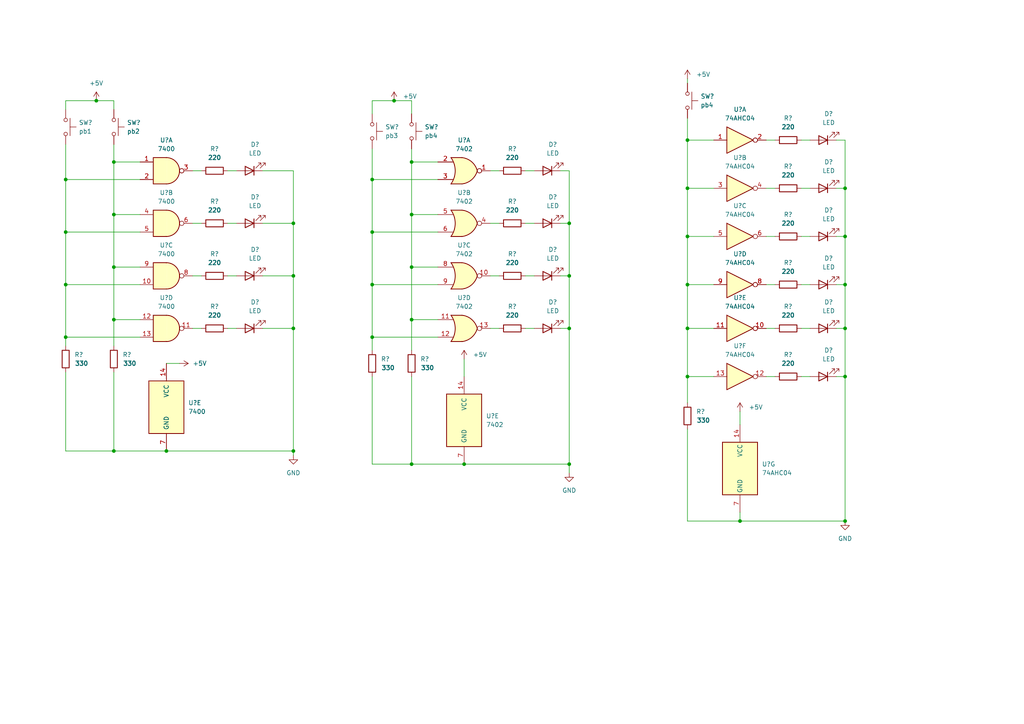
<source format=kicad_sch>
(kicad_sch (version 20211123) (generator eeschema)
  (paper "A4")
  (lib_symbols
    (symbol "74xx:7400" (pin_names (offset 1.016))
      (property "Reference" "U" (at 0 1.27 0))
      (property "Value" "7400" (at 0 -1.27 0))
      (symbol "7400_1_1"
        (arc (start 0 -3.81) (mid 3.81 0) (end 0 3.81) (stroke (width 0.254)) (fill (type background)))
        (polyline (pts (xy 0 3.81) (xy -3.81 3.81) (xy -3.81 -3.81) (xy 0 -3.81)) (stroke (width 0.254)) (fill (type background)))
        (pin input line (at -7.62 2.54 0) (length 3.81) (name "~") (number "1"))
        (pin input line (at -7.62 -2.54 0) (length 3.81) (name "~") (number "2"))
        (pin output inverted (at 7.62 0 180) (length 3.81) (name "~") (number "3"))
      )
      (symbol "7400_1_2"
        (arc (start -3.81 -3.81) (mid -2.589 0) (end -3.81 3.81) (stroke (width 0.254)))
        (arc (start -0.6096 -3.81) (mid 2.1842 -2.5851) (end 3.81 0) (stroke (width 0.254)) (fill (type background)))
        (polyline (pts (xy -3.81 -3.81) (xy -0.635 -3.81)) (stroke (width 0.254)) (fill (type background)))
        (polyline (pts (xy -3.81 3.81) (xy -0.635 3.81)) (stroke (width 0.254)) (fill (type background)))
        (polyline (pts (xy -0.635 3.81) (xy -3.81 3.81) (xy -3.81 3.81) (xy -3.556 3.4036) (xy -3.0226 2.2606) (xy -2.6924 1.0414) (xy -2.6162 -0.254) (xy -2.7686 -1.4986) (xy -3.175 -2.7178) (xy -3.81 -3.81) (xy -3.81 -3.81) (xy -0.635 -3.81)) (stroke (width -25.4)) (fill (type background)))
        (arc (start 3.81 0) (mid 2.1915 2.5936) (end -0.6096 3.81) (stroke (width 0.254)) (fill (type background)))
        (pin input inverted (at -7.62 2.54 0) (length 4.318) (name "~") (number "1"))
        (pin input inverted (at -7.62 -2.54 0) (length 4.318) (name "~") (number "2"))
        (pin output line (at 7.62 0 180) (length 3.81) (name "~") (number "3"))
      )
      (symbol "7400_2_1"
        (arc (start 0 -3.81) (mid 3.81 0) (end 0 3.81) (stroke (width 0.254)) (fill (type background)))
        (polyline (pts (xy 0 3.81) (xy -3.81 3.81) (xy -3.81 -3.81) (xy 0 -3.81)) (stroke (width 0.254)) (fill (type background)))
        (pin input line (at -7.62 2.54 0) (length 3.81) (name "~") (number "4"))
        (pin input line (at -7.62 -2.54 0) (length 3.81) (name "~") (number "5"))
        (pin output inverted (at 7.62 0 180) (length 3.81) (name "~") (number "6"))
      )
      (symbol "7400_2_2"
        (arc (start -3.81 -3.81) (mid -2.589 0) (end -3.81 3.81) (stroke (width 0.254)))
        (arc (start -0.6096 -3.81) (mid 2.1842 -2.5851) (end 3.81 0) (stroke (width 0.254)) (fill (type background)))
        (polyline (pts (xy -3.81 -3.81) (xy -0.635 -3.81)) (stroke (width 0.254)) (fill (type background)))
        (polyline (pts (xy -3.81 3.81) (xy -0.635 3.81)) (stroke (width 0.254)) (fill (type background)))
        (polyline (pts (xy -0.635 3.81) (xy -3.81 3.81) (xy -3.81 3.81) (xy -3.556 3.4036) (xy -3.0226 2.2606) (xy -2.6924 1.0414) (xy -2.6162 -0.254) (xy -2.7686 -1.4986) (xy -3.175 -2.7178) (xy -3.81 -3.81) (xy -3.81 -3.81) (xy -0.635 -3.81)) (stroke (width -25.4)) (fill (type background)))
        (arc (start 3.81 0) (mid 2.1915 2.5936) (end -0.6096 3.81) (stroke (width 0.254)) (fill (type background)))
        (pin input inverted (at -7.62 2.54 0) (length 4.318) (name "~") (number "4"))
        (pin input inverted (at -7.62 -2.54 0) (length 4.318) (name "~") (number "5"))
        (pin output line (at 7.62 0 180) (length 3.81) (name "~") (number "6"))
      )
      (symbol "7400_3_1"
        (arc (start 0 -3.81) (mid 3.81 0) (end 0 3.81) (stroke (width 0.254)) (fill (type background)))
        (polyline (pts (xy 0 3.81) (xy -3.81 3.81) (xy -3.81 -3.81) (xy 0 -3.81)) (stroke (width 0.254)) (fill (type background)))
        (pin input line (at -7.62 -2.54 0) (length 3.81) (name "~") (number "10"))
        (pin output inverted (at 7.62 0 180) (length 3.81) (name "~") (number "8"))
        (pin input line (at -7.62 2.54 0) (length 3.81) (name "~") (number "9"))
      )
      (symbol "7400_3_2"
        (arc (start -3.81 -3.81) (mid -2.589 0) (end -3.81 3.81) (stroke (width 0.254)))
        (arc (start -0.6096 -3.81) (mid 2.1842 -2.5851) (end 3.81 0) (stroke (width 0.254)) (fill (type background)))
        (polyline (pts (xy -3.81 -3.81) (xy -0.635 -3.81)) (stroke (width 0.254)) (fill (type background)))
        (polyline (pts (xy -3.81 3.81) (xy -0.635 3.81)) (stroke (width 0.254)) (fill (type background)))
        (polyline (pts (xy -0.635 3.81) (xy -3.81 3.81) (xy -3.81 3.81) (xy -3.556 3.4036) (xy -3.0226 2.2606) (xy -2.6924 1.0414) (xy -2.6162 -0.254) (xy -2.7686 -1.4986) (xy -3.175 -2.7178) (xy -3.81 -3.81) (xy -3.81 -3.81) (xy -0.635 -3.81)) (stroke (width -25.4)) (fill (type background)))
        (arc (start 3.81 0) (mid 2.1915 2.5936) (end -0.6096 3.81) (stroke (width 0.254)) (fill (type background)))
        (pin input inverted (at -7.62 -2.54 0) (length 4.318) (name "~") (number "10"))
        (pin output line (at 7.62 0 180) (length 3.81) (name "~") (number "8"))
        (pin input inverted (at -7.62 2.54 0) (length 4.318) (name "~") (number "9"))
      )
      (symbol "7400_4_1"
        (arc (start 0 -3.81) (mid 3.81 0) (end 0 3.81) (stroke (width 0.254)) (fill (type background)))
        (polyline (pts (xy 0 3.81) (xy -3.81 3.81) (xy -3.81 -3.81) (xy 0 -3.81)) (stroke (width 0.254)) (fill (type background)))
        (pin output inverted (at 7.62 0 180) (length 3.81) (name "~") (number "11"))
        (pin input line (at -7.62 2.54 0) (length 3.81) (name "~") (number "12"))
        (pin input line (at -7.62 -2.54 0) (length 3.81) (name "~") (number "13"))
      )
      (symbol "7400_4_2"
        (arc (start -3.81 -3.81) (mid -2.589 0) (end -3.81 3.81) (stroke (width 0.254)))
        (arc (start -0.6096 -3.81) (mid 2.1842 -2.5851) (end 3.81 0) (stroke (width 0.254)) (fill (type background)))
        (polyline (pts (xy -3.81 -3.81) (xy -0.635 -3.81)) (stroke (width 0.254)) (fill (type background)))
        (polyline (pts (xy -3.81 3.81) (xy -0.635 3.81)) (stroke (width 0.254)) (fill (type background)))
        (polyline (pts (xy -0.635 3.81) (xy -3.81 3.81) (xy -3.81 3.81) (xy -3.556 3.4036) (xy -3.0226 2.2606) (xy -2.6924 1.0414) (xy -2.6162 -0.254) (xy -2.7686 -1.4986) (xy -3.175 -2.7178) (xy -3.81 -3.81) (xy -3.81 -3.81) (xy -0.635 -3.81)) (stroke (width -25.4)) (fill (type background)))
        (arc (start 3.81 0) (mid 2.1915 2.5936) (end -0.6096 3.81) (stroke (width 0.254)) (fill (type background)))
        (pin output line (at 7.62 0 180) (length 3.81) (name "~") (number "11"))
        (pin input inverted (at -7.62 2.54 0) (length 4.318) (name "~") (number "12"))
        (pin input inverted (at -7.62 -2.54 0) (length 4.318) (name "~") (number "13"))
      )
      (symbol "7400_5_0"
        (pin power_in line (at 0 12.7 270) (length 5.08) (name "VCC") (number "14"))
        (pin power_in line (at 0 -12.7 90) (length 5.08) (name "GND") (number "7"))
      )
      (symbol "7400_5_1"
        (rectangle (start -5.08 7.62) (end 5.08 -7.62) (stroke (width 0.254)) (fill (type background)))
      )
    )
    (symbol "74xx:7402" (pin_names (offset 1.016))
      (property "Reference" "U" (at 0 1.27 0))
      (property "Value" "7402" (at 0 -1.27 0))
      (symbol "7402_1_1"
        (arc (start -3.81 -3.81) (mid -2.589 0) (end -3.81 3.81) (stroke (width 0.254)))
        (arc (start -0.6096 -3.81) (mid 2.1842 -2.5851) (end 3.81 0) (stroke (width 0.254)) (fill (type background)))
        (polyline (pts (xy -3.81 -3.81) (xy -0.635 -3.81)) (stroke (width 0.254)) (fill (type background)))
        (polyline (pts (xy -3.81 3.81) (xy -0.635 3.81)) (stroke (width 0.254)) (fill (type background)))
        (polyline (pts (xy -0.635 3.81) (xy -3.81 3.81) (xy -3.81 3.81) (xy -3.556 3.4036) (xy -3.0226 2.2606) (xy -2.6924 1.0414) (xy -2.6162 -0.254) (xy -2.7686 -1.4986) (xy -3.175 -2.7178) (xy -3.81 -3.81) (xy -3.81 -3.81) (xy -0.635 -3.81)) (stroke (width -25.4)) (fill (type background)))
        (arc (start 3.81 0) (mid 2.1915 2.5936) (end -0.6096 3.81) (stroke (width 0.254)) (fill (type background)))
        (pin output inverted (at 7.62 0 180) (length 3.81) (name "~") (number "1"))
        (pin input line (at -7.62 2.54 0) (length 4.318) (name "~") (number "2"))
        (pin input line (at -7.62 -2.54 0) (length 4.318) (name "~") (number "3"))
      )
      (symbol "7402_1_2"
        (arc (start 0 -3.81) (mid 3.81 0) (end 0 3.81) (stroke (width 0.254)) (fill (type background)))
        (polyline (pts (xy 0 3.81) (xy -3.81 3.81) (xy -3.81 -3.81) (xy 0 -3.81)) (stroke (width 0.254)) (fill (type background)))
        (pin output line (at 7.62 0 180) (length 3.81) (name "~") (number "1"))
        (pin input inverted (at -7.62 2.54 0) (length 3.81) (name "~") (number "2"))
        (pin input inverted (at -7.62 -2.54 0) (length 3.81) (name "~") (number "3"))
      )
      (symbol "7402_2_1"
        (arc (start -3.81 -3.81) (mid -2.589 0) (end -3.81 3.81) (stroke (width 0.254)))
        (arc (start -0.6096 -3.81) (mid 2.1842 -2.5851) (end 3.81 0) (stroke (width 0.254)) (fill (type background)))
        (polyline (pts (xy -3.81 -3.81) (xy -0.635 -3.81)) (stroke (width 0.254)) (fill (type background)))
        (polyline (pts (xy -3.81 3.81) (xy -0.635 3.81)) (stroke (width 0.254)) (fill (type background)))
        (polyline (pts (xy -0.635 3.81) (xy -3.81 3.81) (xy -3.81 3.81) (xy -3.556 3.4036) (xy -3.0226 2.2606) (xy -2.6924 1.0414) (xy -2.6162 -0.254) (xy -2.7686 -1.4986) (xy -3.175 -2.7178) (xy -3.81 -3.81) (xy -3.81 -3.81) (xy -0.635 -3.81)) (stroke (width -25.4)) (fill (type background)))
        (arc (start 3.81 0) (mid 2.1915 2.5936) (end -0.6096 3.81) (stroke (width 0.254)) (fill (type background)))
        (pin output inverted (at 7.62 0 180) (length 3.81) (name "~") (number "4"))
        (pin input line (at -7.62 2.54 0) (length 4.318) (name "~") (number "5"))
        (pin input line (at -7.62 -2.54 0) (length 4.318) (name "~") (number "6"))
      )
      (symbol "7402_2_2"
        (arc (start 0 -3.81) (mid 3.81 0) (end 0 3.81) (stroke (width 0.254)) (fill (type background)))
        (polyline (pts (xy 0 3.81) (xy -3.81 3.81) (xy -3.81 -3.81) (xy 0 -3.81)) (stroke (width 0.254)) (fill (type background)))
        (pin output line (at 7.62 0 180) (length 3.81) (name "~") (number "4"))
        (pin input inverted (at -7.62 2.54 0) (length 3.81) (name "~") (number "5"))
        (pin input inverted (at -7.62 -2.54 0) (length 3.81) (name "~") (number "6"))
      )
      (symbol "7402_3_1"
        (arc (start -3.81 -3.81) (mid -2.589 0) (end -3.81 3.81) (stroke (width 0.254)))
        (arc (start -0.6096 -3.81) (mid 2.1842 -2.5851) (end 3.81 0) (stroke (width 0.254)) (fill (type background)))
        (polyline (pts (xy -3.81 -3.81) (xy -0.635 -3.81)) (stroke (width 0.254)) (fill (type background)))
        (polyline (pts (xy -3.81 3.81) (xy -0.635 3.81)) (stroke (width 0.254)) (fill (type background)))
        (polyline (pts (xy -0.635 3.81) (xy -3.81 3.81) (xy -3.81 3.81) (xy -3.556 3.4036) (xy -3.0226 2.2606) (xy -2.6924 1.0414) (xy -2.6162 -0.254) (xy -2.7686 -1.4986) (xy -3.175 -2.7178) (xy -3.81 -3.81) (xy -3.81 -3.81) (xy -0.635 -3.81)) (stroke (width -25.4)) (fill (type background)))
        (arc (start 3.81 0) (mid 2.1915 2.5936) (end -0.6096 3.81) (stroke (width 0.254)) (fill (type background)))
        (pin output inverted (at 7.62 0 180) (length 3.81) (name "~") (number "10"))
        (pin input line (at -7.62 2.54 0) (length 4.318) (name "~") (number "8"))
        (pin input line (at -7.62 -2.54 0) (length 4.318) (name "~") (number "9"))
      )
      (symbol "7402_3_2"
        (arc (start 0 -3.81) (mid 3.81 0) (end 0 3.81) (stroke (width 0.254)) (fill (type background)))
        (polyline (pts (xy 0 3.81) (xy -3.81 3.81) (xy -3.81 -3.81) (xy 0 -3.81)) (stroke (width 0.254)) (fill (type background)))
        (pin output line (at 7.62 0 180) (length 3.81) (name "~") (number "10"))
        (pin input inverted (at -7.62 2.54 0) (length 3.81) (name "~") (number "8"))
        (pin input inverted (at -7.62 -2.54 0) (length 3.81) (name "~") (number "9"))
      )
      (symbol "7402_4_1"
        (arc (start -3.81 -3.81) (mid -2.589 0) (end -3.81 3.81) (stroke (width 0.254)))
        (arc (start -0.6096 -3.81) (mid 2.1842 -2.5851) (end 3.81 0) (stroke (width 0.254)) (fill (type background)))
        (polyline (pts (xy -3.81 -3.81) (xy -0.635 -3.81)) (stroke (width 0.254)) (fill (type background)))
        (polyline (pts (xy -3.81 3.81) (xy -0.635 3.81)) (stroke (width 0.254)) (fill (type background)))
        (polyline (pts (xy -0.635 3.81) (xy -3.81 3.81) (xy -3.81 3.81) (xy -3.556 3.4036) (xy -3.0226 2.2606) (xy -2.6924 1.0414) (xy -2.6162 -0.254) (xy -2.7686 -1.4986) (xy -3.175 -2.7178) (xy -3.81 -3.81) (xy -3.81 -3.81) (xy -0.635 -3.81)) (stroke (width -25.4)) (fill (type background)))
        (arc (start 3.81 0) (mid 2.1915 2.5936) (end -0.6096 3.81) (stroke (width 0.254)) (fill (type background)))
        (pin input line (at -7.62 2.54 0) (length 4.318) (name "~") (number "11"))
        (pin input line (at -7.62 -2.54 0) (length 4.318) (name "~") (number "12"))
        (pin output inverted (at 7.62 0 180) (length 3.81) (name "~") (number "13"))
      )
      (symbol "7402_4_2"
        (arc (start 0 -3.81) (mid 3.81 0) (end 0 3.81) (stroke (width 0.254)) (fill (type background)))
        (polyline (pts (xy 0 3.81) (xy -3.81 3.81) (xy -3.81 -3.81) (xy 0 -3.81)) (stroke (width 0.254)) (fill (type background)))
        (pin input inverted (at -7.62 2.54 0) (length 3.81) (name "~") (number "11"))
        (pin input inverted (at -7.62 -2.54 0) (length 3.81) (name "~") (number "12"))
        (pin output line (at 7.62 0 180) (length 3.81) (name "~") (number "13"))
      )
      (symbol "7402_5_0"
        (pin power_in line (at 0 12.7 270) (length 5.08) (name "VCC") (number "14"))
        (pin power_in line (at 0 -12.7 90) (length 5.08) (name "GND") (number "7"))
      )
      (symbol "7402_5_1"
        (rectangle (start -5.08 7.62) (end 5.08 -7.62) (stroke (width 0.254)) (fill (type background)))
      )
    )
    (symbol "74xx:74AHC04"
      (property "Reference" "U" (at 0 1.27 0))
      (property "Value" "74AHC04" (at 0 -1.27 0))
      (symbol "74AHC04_1_0"
        (polyline (pts (xy -3.81 3.81) (xy -3.81 -3.81) (xy 3.81 0) (xy -3.81 3.81)) (stroke (width 0.254)) (fill (type background)))
        (pin input line (at -7.62 0 0) (length 3.81) (name "~") (number "1"))
        (pin output inverted (at 7.62 0 180) (length 3.81) (name "~") (number "2"))
      )
      (symbol "74AHC04_2_0"
        (polyline (pts (xy -3.81 3.81) (xy -3.81 -3.81) (xy 3.81 0) (xy -3.81 3.81)) (stroke (width 0.254)) (fill (type background)))
        (pin input line (at -7.62 0 0) (length 3.81) (name "~") (number "3"))
        (pin output inverted (at 7.62 0 180) (length 3.81) (name "~") (number "4"))
      )
      (symbol "74AHC04_3_0"
        (polyline (pts (xy -3.81 3.81) (xy -3.81 -3.81) (xy 3.81 0) (xy -3.81 3.81)) (stroke (width 0.254)) (fill (type background)))
        (pin input line (at -7.62 0 0) (length 3.81) (name "~") (number "5"))
        (pin output inverted (at 7.62 0 180) (length 3.81) (name "~") (number "6"))
      )
      (symbol "74AHC04_4_0"
        (polyline (pts (xy -3.81 3.81) (xy -3.81 -3.81) (xy 3.81 0) (xy -3.81 3.81)) (stroke (width 0.254)) (fill (type background)))
        (pin output inverted (at 7.62 0 180) (length 3.81) (name "~") (number "8"))
        (pin input line (at -7.62 0 0) (length 3.81) (name "~") (number "9"))
      )
      (symbol "74AHC04_5_0"
        (polyline (pts (xy -3.81 3.81) (xy -3.81 -3.81) (xy 3.81 0) (xy -3.81 3.81)) (stroke (width 0.254)) (fill (type background)))
        (pin output inverted (at 7.62 0 180) (length 3.81) (name "~") (number "10"))
        (pin input line (at -7.62 0 0) (length 3.81) (name "~") (number "11"))
      )
      (symbol "74AHC04_6_0"
        (polyline (pts (xy -3.81 3.81) (xy -3.81 -3.81) (xy 3.81 0) (xy -3.81 3.81)) (stroke (width 0.254)) (fill (type background)))
        (pin output inverted (at 7.62 0 180) (length 3.81) (name "~") (number "12"))
        (pin input line (at -7.62 0 0) (length 3.81) (name "~") (number "13"))
      )
      (symbol "74AHC04_7_0"
        (pin power_in line (at 0 12.7 270) (length 5.08) (name "VCC") (number "14"))
        (pin power_in line (at 0 -12.7 90) (length 5.08) (name "GND") (number "7"))
      )
      (symbol "74AHC04_7_1"
        (rectangle (start -5.08 7.62) (end 5.08 -7.62) (stroke (width 0.254)) (fill (type background)))
      )
    )
    (symbol "Device:LED" (pin_numbers hide) (pin_names (offset 1.016) hide)
      (property "Reference" "D" (at 0 2.54 0))
      (property "Value" "LED" (at 0 -2.54 0))
      (symbol "LED_0_1"
        (polyline (pts (xy -1.27 -1.27) (xy -1.27 1.27)) (stroke (width 0.254)))
        (polyline (pts (xy -1.27 0) (xy 1.27 0)))
        (polyline (pts (xy 1.27 -1.27) (xy 1.27 1.27) (xy -1.27 0) (xy 1.27 -1.27)) (stroke (width 0.254)))
        (polyline (pts (xy -3.048 -0.762) (xy -4.572 -2.286) (xy -3.81 -2.286) (xy -4.572 -2.286) (xy -4.572 -1.524)))
        (polyline (pts (xy -1.778 -0.762) (xy -3.302 -2.286) (xy -2.54 -2.286) (xy -3.302 -2.286) (xy -3.302 -1.524)))
      )
      (symbol "LED_1_1"
        (pin passive line (at -3.81 0 0) (length 2.54) (name "K") (number "1"))
        (pin passive line (at 3.81 0 180) (length 2.54) (name "A") (number "2"))
      )
    )
    (symbol "Device:R" (pin_numbers hide) (pin_names (offset 0))
      (property "Reference" "R" (at 2.032 0 90))
      (property "Value" "R" (at 0 0 90))
      (symbol "R_0_1"
        (rectangle (start -1.016 -2.54) (end 1.016 2.54) (stroke (width 0.254)))
      )
      (symbol "R_1_1"
        (pin passive line (at 0 3.81 270) (length 1.27) (name "~") (number "1"))
        (pin passive line (at 0 -3.81 90) (length 1.27) (name "~") (number "2"))
      )
    )
    (symbol "Switch:SW_Push" (pin_numbers hide) (pin_names (offset 1.016) hide)
      (property "Reference" "SW" (at 1.27 2.54 0))
      (property "Value" "SW_Push" (at 0 -1.524 0))
      (symbol "SW_Push_0_1"
        (circle (center -2.032 0) (radius 0.508))
        (polyline (pts (xy 0 1.27) (xy 0 3.048)))
        (polyline (pts (xy 2.54 1.27) (xy -2.54 1.27)))
        (circle (center 2.032 0) (radius 0.508))
        (pin passive line (at -5.08 0 0) (length 2.54) (name "1") (number "1"))
        (pin passive line (at 5.08 0 180) (length 2.54) (name "2") (number "2"))
      )
    )
    (symbol "power:+5V" (power) (pin_names (offset 0))
      (property "Value" "+5V" (at 0 3.556 0))
      (symbol "+5V_0_1"
        (polyline (pts (xy -0.762 1.27) (xy 0 2.54)))
        (polyline (pts (xy 0 0) (xy 0 2.54)))
        (polyline (pts (xy 0 2.54) (xy 0.762 1.27)))
      )
      (symbol "+5V_1_1"
        (pin power_in line (at 0 0 90) (length 0) hide (name "+5V") (number "1"))
      )
    )
    (symbol "power:GND" (power) (pin_names (offset 0))
      (property "Value" "GND" (at 0 -3.81 0))
      (symbol "GND_0_1"
        (polyline (pts (xy 0 0) (xy 0 -1.27) (xy 1.27 -1.27) (xy 0 -2.54) (xy -1.27 -1.27) (xy 0 -1.27)))
      )
      (symbol "GND_1_1"
        (pin power_in line (at 0 0 270) (length 0) hide (name "GND") (number "1"))
      )
    )
  )
  (junction (at 19.05 67.31))
  (junction (at 85.09 95.25))
  (junction (at 85.09 64.77))
  (junction (at 107.95 52.07))
  (junction (at 33.02 77.47))
  (junction (at 85.09 130.81))
  (junction (at 33.02 62.23))
  (junction (at 199.39 40.64))
  (junction (at 19.05 97.79))
  (junction (at 119.38 92.71))
  (junction (at 107.95 97.79))
  (junction (at 119.38 46.99))
  (junction (at 33.02 92.71))
  (junction (at 107.95 82.55))
  (junction (at 114.3 29.21))
  (junction (at 33.02 130.81))
  (junction (at 199.39 54.61))
  (junction (at 245.11 54.61))
  (junction (at 165.1 64.77))
  (junction (at 33.02 46.99))
  (junction (at 165.1 80.01))
  (junction (at 165.1 134.62))
  (junction (at 199.39 95.25))
  (junction (at 199.39 68.58))
  (junction (at 214.63 151.13))
  (junction (at 48.26 130.81))
  (junction (at 19.05 52.07))
  (junction (at 245.11 151.13))
  (junction (at 27.94 29.21))
  (junction (at 119.38 62.23))
  (junction (at 245.11 82.55))
  (junction (at 245.11 95.25))
  (junction (at 245.11 68.58))
  (junction (at 245.11 109.22))
  (junction (at 19.05 82.55))
  (junction (at 165.1 95.25))
  (junction (at 85.09 80.01))
  (junction (at 119.38 134.62))
  (junction (at 107.95 67.31))
  (junction (at 119.38 77.47))
  (junction (at 199.39 82.55))
  (junction (at 199.39 109.22))
  (junction (at 134.62 134.62))
  (wire (pts (xy 33.02 77.47) (xy 40.64 77.47)))
  (wire (pts (xy 134.62 104.14) (xy 134.62 109.22)))
  (wire (pts (xy 107.95 67.31) (xy 107.95 52.07)))
  (wire (pts (xy 33.02 31.75) (xy 33.02 29.21)))
  (wire (pts (xy 165.1 95.25) (xy 165.1 80.01)))
  (wire (pts (xy 222.25 40.64) (xy 224.79 40.64)))
  (wire (pts (xy 232.41 109.22) (xy 234.95 109.22)))
  (wire (pts (xy 19.05 52.07) (xy 40.64 52.07)))
  (wire (pts (xy 55.88 49.53) (xy 58.42 49.53)))
  (wire (pts (xy 107.95 109.22) (xy 107.95 134.62)))
  (wire (pts (xy 33.02 62.23) (xy 40.64 62.23)))
  (wire (pts (xy 19.05 82.55) (xy 40.64 82.55)))
  (wire (pts (xy 162.56 95.25) (xy 165.1 95.25)))
  (wire (pts (xy 107.95 97.79) (xy 107.95 101.6)))
  (wire (pts (xy 199.39 95.25) (xy 207.01 95.25)))
  (wire (pts (xy 214.63 148.59) (xy 214.63 151.13)))
  (wire (pts (xy 33.02 92.71) (xy 33.02 77.47)))
  (wire (pts (xy 245.11 95.25) (xy 245.11 109.22)))
  (wire (pts (xy 232.41 40.64) (xy 234.95 40.64)))
  (wire (pts (xy 19.05 52.07) (xy 19.05 67.31)))
  (wire (pts (xy 165.1 134.62) (xy 165.1 95.25)))
  (wire (pts (xy 222.25 82.55) (xy 224.79 82.55)))
  (wire (pts (xy 245.11 109.22) (xy 245.11 151.13)))
  (wire (pts (xy 119.38 92.71) (xy 119.38 101.6)))
  (wire (pts (xy 199.39 95.25) (xy 199.39 109.22)))
  (wire (pts (xy 245.11 54.61) (xy 245.11 68.58)))
  (wire (pts (xy 33.02 46.99) (xy 40.64 46.99)))
  (wire (pts (xy 119.38 77.47) (xy 127 77.47)))
  (wire (pts (xy 85.09 95.25) (xy 85.09 80.01)))
  (wire (pts (xy 66.04 80.01) (xy 68.58 80.01)))
  (wire (pts (xy 66.04 49.53) (xy 68.58 49.53)))
  (wire (pts (xy 165.1 80.01) (xy 165.1 64.77)))
  (wire (pts (xy 245.11 40.64) (xy 245.11 54.61)))
  (wire (pts (xy 76.2 64.77) (xy 85.09 64.77)))
  (wire (pts (xy 242.57 40.64) (xy 245.11 40.64)))
  (wire (pts (xy 85.09 49.53) (xy 76.2 49.53)))
  (wire (pts (xy 207.01 54.61) (xy 199.39 54.61)))
  (wire (pts (xy 107.95 29.21) (xy 107.95 33.02)))
  (wire (pts (xy 232.41 82.55) (xy 234.95 82.55)))
  (wire (pts (xy 119.38 29.21) (xy 114.3 29.21)))
  (wire (pts (xy 199.39 151.13) (xy 214.63 151.13)))
  (wire (pts (xy 214.63 119.38) (xy 214.63 123.19)))
  (wire (pts (xy 19.05 97.79) (xy 19.05 100.33)))
  (wire (pts (xy 242.57 82.55) (xy 245.11 82.55)))
  (wire (pts (xy 76.2 80.01) (xy 85.09 80.01)))
  (wire (pts (xy 207.01 68.58) (xy 199.39 68.58)))
  (wire (pts (xy 165.1 137.16) (xy 165.1 134.62)))
  (wire (pts (xy 199.39 40.64) (xy 207.01 40.64)))
  (wire (pts (xy 232.41 68.58) (xy 234.95 68.58)))
  (wire (pts (xy 199.39 68.58) (xy 199.39 54.61)))
  (wire (pts (xy 245.11 82.55) (xy 245.11 95.25)))
  (wire (pts (xy 33.02 62.23) (xy 33.02 46.99)))
  (wire (pts (xy 66.04 64.77) (xy 68.58 64.77)))
  (wire (pts (xy 107.95 52.07) (xy 127 52.07)))
  (wire (pts (xy 107.95 82.55) (xy 127 82.55)))
  (wire (pts (xy 162.56 64.77) (xy 165.1 64.77)))
  (wire (pts (xy 119.38 43.18) (xy 119.38 46.99)))
  (wire (pts (xy 33.02 130.81) (xy 48.26 130.81)))
  (wire (pts (xy 222.25 109.22) (xy 224.79 109.22)))
  (wire (pts (xy 19.05 107.95) (xy 19.05 130.81)))
  (wire (pts (xy 222.25 54.61) (xy 224.79 54.61)))
  (wire (pts (xy 19.05 29.21) (xy 19.05 31.75)))
  (wire (pts (xy 242.57 95.25) (xy 245.11 95.25)))
  (wire (pts (xy 127 92.71) (xy 119.38 92.71)))
  (wire (pts (xy 55.88 95.25) (xy 58.42 95.25)))
  (wire (pts (xy 85.09 132.08) (xy 85.09 130.81)))
  (wire (pts (xy 27.94 29.21) (xy 19.05 29.21)))
  (wire (pts (xy 27.94 29.21) (xy 33.02 29.21)))
  (wire (pts (xy 119.38 134.62) (xy 134.62 134.62)))
  (wire (pts (xy 142.24 49.53) (xy 144.78 49.53)))
  (wire (pts (xy 165.1 64.77) (xy 165.1 49.53)))
  (wire (pts (xy 127 62.23) (xy 119.38 62.23)))
  (wire (pts (xy 85.09 80.01) (xy 85.09 64.77)))
  (wire (pts (xy 33.02 41.91) (xy 33.02 46.99)))
  (wire (pts (xy 107.95 97.79) (xy 107.95 82.55)))
  (wire (pts (xy 134.62 134.62) (xy 165.1 134.62)))
  (wire (pts (xy 107.95 52.07) (xy 107.95 43.18)))
  (wire (pts (xy 242.57 54.61) (xy 245.11 54.61)))
  (wire (pts (xy 76.2 95.25) (xy 85.09 95.25)))
  (wire (pts (xy 245.11 151.13) (xy 214.63 151.13)))
  (wire (pts (xy 199.39 22.86) (xy 199.39 24.13)))
  (wire (pts (xy 19.05 41.91) (xy 19.05 52.07)))
  (wire (pts (xy 119.38 92.71) (xy 119.38 77.47)))
  (wire (pts (xy 232.41 54.61) (xy 234.95 54.61)))
  (wire (pts (xy 245.11 68.58) (xy 245.11 82.55)))
  (wire (pts (xy 19.05 130.81) (xy 33.02 130.81)))
  (wire (pts (xy 152.4 64.77) (xy 154.94 64.77)))
  (wire (pts (xy 127 97.79) (xy 107.95 97.79)))
  (wire (pts (xy 48.26 130.81) (xy 85.09 130.81)))
  (wire (pts (xy 242.57 109.22) (xy 245.11 109.22)))
  (wire (pts (xy 85.09 64.77) (xy 85.09 49.53)))
  (wire (pts (xy 119.38 62.23) (xy 119.38 46.99)))
  (wire (pts (xy 152.4 95.25) (xy 154.94 95.25)))
  (wire (pts (xy 207.01 109.22) (xy 199.39 109.22)))
  (wire (pts (xy 199.39 54.61) (xy 199.39 40.64)))
  (wire (pts (xy 242.57 68.58) (xy 245.11 68.58)))
  (wire (pts (xy 142.24 80.01) (xy 144.78 80.01)))
  (wire (pts (xy 40.64 92.71) (xy 33.02 92.71)))
  (wire (pts (xy 119.38 46.99) (xy 127 46.99)))
  (wire (pts (xy 162.56 80.01) (xy 165.1 80.01)))
  (wire (pts (xy 107.95 82.55) (xy 107.95 67.31)))
  (wire (pts (xy 33.02 92.71) (xy 33.02 100.33)))
  (wire (pts (xy 222.25 95.25) (xy 224.79 95.25)))
  (wire (pts (xy 66.04 95.25) (xy 68.58 95.25)))
  (wire (pts (xy 107.95 134.62) (xy 119.38 134.62)))
  (wire (pts (xy 232.41 95.25) (xy 234.95 95.25)))
  (wire (pts (xy 33.02 77.47) (xy 33.02 62.23)))
  (wire (pts (xy 19.05 67.31) (xy 40.64 67.31)))
  (wire (pts (xy 55.88 80.01) (xy 58.42 80.01)))
  (wire (pts (xy 119.38 33.02) (xy 119.38 29.21)))
  (wire (pts (xy 119.38 109.22) (xy 119.38 134.62)))
  (wire (pts (xy 114.3 29.21) (xy 107.95 29.21)))
  (wire (pts (xy 48.26 105.41) (xy 52.07 105.41)))
  (wire (pts (xy 222.25 68.58) (xy 224.79 68.58)))
  (wire (pts (xy 55.88 64.77) (xy 58.42 64.77)))
  (wire (pts (xy 199.39 82.55) (xy 199.39 95.25)))
  (wire (pts (xy 165.1 49.53) (xy 162.56 49.53)))
  (wire (pts (xy 142.24 95.25) (xy 144.78 95.25)))
  (wire (pts (xy 19.05 67.31) (xy 19.05 82.55)))
  (wire (pts (xy 33.02 107.95) (xy 33.02 130.81)))
  (wire (pts (xy 152.4 49.53) (xy 154.94 49.53)))
  (wire (pts (xy 107.95 67.31) (xy 127 67.31)))
  (wire (pts (xy 19.05 97.79) (xy 40.64 97.79)))
  (wire (pts (xy 152.4 80.01) (xy 154.94 80.01)))
  (wire (pts (xy 207.01 82.55) (xy 199.39 82.55)))
  (wire (pts (xy 19.05 82.55) (xy 19.05 97.79)))
  (wire (pts (xy 119.38 77.47) (xy 119.38 62.23)))
  (wire (pts (xy 199.39 151.13) (xy 199.39 124.46)))
  (wire (pts (xy 199.39 34.29) (xy 199.39 40.64)))
  (wire (pts (xy 142.24 64.77) (xy 144.78 64.77)))
  (wire (pts (xy 199.39 82.55) (xy 199.39 68.58)))
  (wire (pts (xy 85.09 130.81) (xy 85.09 95.25)))
  (wire (pts (xy 199.39 109.22) (xy 199.39 116.84)))
  (symbol (lib_id "74xx:7402") (at 134.62 121.92 0) (unit 5)
    (property "Reference" "U?" (at 140.97 120.6499 0) (effects (justify left)))
    (property "Value" "7402" (at 140.97 123.1899 0) (effects (justify left)))
    (property "Datasheet" "http://www.ti.com/lit/gpn/sn7402" (effects hide))
  )
  (symbol (lib_id "74xx:7402") (at 134.62 80.01 0) (unit 3)
    (property "Reference" "U?" (at 134.62 71.12 0))
    (property "Value" "7402" (at 134.62 73.66 0))
    (property "Datasheet" "http://www.ti.com/lit/gpn/sn7402" (effects hide))
  )
  (symbol (lib_id "power:+5V") (at 199.39 22.86 0) (unit 1)
    (property "Reference" "#PWR?" (effects hide))
    (property "Value" "+5V" (at 201.93 21.5899 0) (effects (justify left)))
  )
  (symbol (lib_id "74xx:7402") (at 134.62 64.77 0) (unit 2)
    (property "Reference" "U?" (at 134.62 55.88 0))
    (property "Value" "7402" (at 134.62 58.42 0))
    (property "Datasheet" "http://www.ti.com/lit/gpn/sn7402" (effects hide))
  )
  (symbol (lib_id "Device:R") (at 19.05 104.14 180) (unit 1)
    (property "Reference" "R?" (at 21.59 102.8699 0) (effects (justify right)))
    (property "Value" "330" (at 21.59 105.4099 0) (effects (font bold) (justify right)))
    (property "Footprint" "Resistor_THT:R_Axial_DIN0207_L6.3mm_D2.5mm_P10.16mm_Horizontal" (effects hide))
  )
  (symbol (lib_id "Device:LED") (at 238.76 109.22 180) (unit 1)
    (property "Reference" "D?" (at 240.3475 101.6 0))
    (property "Value" "LED" (at 240.3475 104.14 0))
    (property "Footprint" "LED_THT:LED_D5.0mm" (effects hide))
  )
  (symbol (lib_id "74xx:74AHC04") (at 214.63 54.61 0) (unit 2)
    (property "Reference" "U?" (at 214.63 45.72 0))
    (property "Value" "74AHC04" (at 214.63 48.26 0))
    (property "Footprint" "Package_DIP:DIP-14_W7.62mm_LongPads" (effects hide))
    (property "Datasheet" "https://assets.nexperia.com/documents/data-sheet/74AHC_AHCT04.pdf" (effects hide))
  )
  (symbol (lib_id "Device:R") (at 107.95 105.41 180) (unit 1)
    (property "Reference" "R?" (at 110.49 104.1399 0) (effects (justify right)))
    (property "Value" "330" (at 110.49 106.6799 0) (effects (font bold) (justify right)))
    (property "Footprint" "Resistor_THT:R_Axial_DIN0207_L6.3mm_D2.5mm_P10.16mm_Horizontal" (effects hide))
  )
  (symbol (lib_id "Device:LED") (at 72.39 49.53 180) (unit 1)
    (property "Reference" "D?" (at 73.9775 41.91 0))
    (property "Value" "LED" (at 73.9775 44.45 0))
    (property "Footprint" "LED_THT:LED_D5.0mm" (effects hide))
  )
  (symbol (lib_id "Device:R") (at 199.39 120.65 180) (unit 1)
    (property "Reference" "R?" (at 201.93 119.3799 0) (effects (justify right)))
    (property "Value" "330" (at 201.93 121.9199 0) (effects (font bold) (justify right)))
    (property "Footprint" "Resistor_THT:R_Axial_DIN0207_L6.3mm_D2.5mm_P10.16mm_Horizontal" (effects hide))
  )
  (symbol (lib_id "Switch:SW_Push") (at 107.95 38.1 270) (unit 1)
    (property "Reference" "SW?" (at 111.76 36.8299 90) (effects (justify left)))
    (property "Value" "pb3" (at 111.76 39.3699 90) (effects (justify left)))
    (property "Footprint" "Button_Switch_THT:SW_PUSH_6mm" (effects hide))
  )
  (symbol (lib_id "74xx:7400") (at 48.26 95.25 0) (unit 4)
    (property "Reference" "U?" (at 48.26 86.36 0))
    (property "Value" "7400" (at 48.26 88.9 0))
    (property "Datasheet" "http://www.ti.com/lit/gpn/sn7400" (effects hide))
  )
  (symbol (lib_id "74xx:7400") (at 48.26 64.77 0) (unit 2)
    (property "Reference" "U?" (at 48.26 55.88 0))
    (property "Value" "7400" (at 48.26 58.42 0))
    (property "Footprint" "Package_DIP:DIP-14_W7.62mm_LongPads" (effects hide))
    (property "Datasheet" "http://www.ti.com/lit/gpn/sn7400" (effects hide))
  )
  (symbol (lib_id "Device:LED") (at 158.75 95.25 180) (unit 1)
    (property "Reference" "D?" (at 160.3375 87.63 0))
    (property "Value" "LED" (at 160.3375 90.17 0))
    (property "Footprint" "LED_THT:LED_D5.0mm" (effects hide))
  )
  (symbol (lib_id "74xx:74AHC04") (at 214.63 95.25 0) (unit 5)
    (property "Reference" "U?" (at 214.63 86.36 0))
    (property "Value" "74AHC04" (at 214.63 88.9 0))
    (property "Footprint" "Package_DIP:DIP-14_W7.62mm_LongPads" (effects hide))
    (property "Datasheet" "https://assets.nexperia.com/documents/data-sheet/74AHC_AHCT04.pdf" (effects hide))
  )
  (symbol (lib_id "Device:LED") (at 158.75 64.77 180) (unit 1)
    (property "Reference" "D?" (at 160.3375 57.15 0))
    (property "Value" "LED" (at 160.3375 59.69 0))
    (property "Footprint" "LED_THT:LED_D5.0mm" (effects hide))
  )
  (symbol (lib_id "Device:R") (at 228.6 54.61 90) (unit 1)
    (property "Reference" "R?" (at 228.6 48.26 90))
    (property "Value" "220" (at 228.6 50.8 90) (effects (font bold)))
    (property "Footprint" "Resistor_THT:R_Axial_DIN0207_L6.3mm_D2.5mm_P10.16mm_Horizontal" (effects hide))
  )
  (symbol (lib_id "Device:LED") (at 72.39 80.01 180) (unit 1)
    (property "Reference" "D?" (at 73.9775 72.39 0))
    (property "Value" "LED" (at 73.9775 74.93 0))
    (property "Footprint" "LED_THT:LED_D5.0mm" (effects hide))
  )
  (symbol (lib_id "power:GND") (at 165.1 137.16 0) (unit 1)
    (property "Reference" "#PWR?" (effects hide))
    (property "Value" "GND" (at 165.1 142.24 0))
  )
  (symbol (lib_id "74xx:7400") (at 48.26 118.11 0) (unit 5)
    (property "Reference" "U?" (at 54.61 116.8399 0) (effects (justify left)))
    (property "Value" "7400" (at 54.61 119.3799 0) (effects (justify left)))
    (property "Footprint" "Package_DIP:DIP-14_W7.62mm_LongPads" (effects hide))
    (property "Datasheet" "http://www.ti.com/lit/gpn/sn7400" (effects hide))
  )
  (symbol (lib_id "Device:R") (at 228.6 82.55 90) (unit 1)
    (property "Reference" "R?" (at 228.6 76.2 90))
    (property "Value" "220" (at 228.6 78.74 90) (effects (font bold)))
    (property "Footprint" "Resistor_THT:R_Axial_DIN0207_L6.3mm_D2.5mm_P10.16mm_Horizontal" (effects hide))
  )
  (symbol (lib_id "Device:LED") (at 72.39 95.25 180) (unit 1)
    (property "Reference" "D?" (at 73.9775 87.63 0))
    (property "Value" "LED" (at 73.9775 90.17 0))
    (property "Footprint" "LED_THT:LED_D5.0mm" (effects hide))
  )
  (symbol (lib_id "Device:LED") (at 158.75 80.01 180) (unit 1)
    (property "Reference" "D?" (at 160.3375 72.39 0))
    (property "Value" "LED" (at 160.3375 74.93 0))
    (property "Footprint" "LED_THT:LED_D5.0mm" (effects hide))
  )
  (symbol (lib_id "74xx:7402") (at 134.62 95.25 0) (unit 4)
    (property "Reference" "U?" (at 134.62 86.36 0))
    (property "Value" "7402" (at 134.62 88.9 0))
    (property "Datasheet" "http://www.ti.com/lit/gpn/sn7402" (effects hide))
  )
  (symbol (lib_id "Device:LED") (at 238.76 95.25 180) (unit 1)
    (property "Reference" "D?" (at 240.3475 87.63 0))
    (property "Value" "LED" (at 240.3475 90.17 0))
    (property "Footprint" "LED_THT:LED_D5.0mm" (effects hide))
  )
  (symbol (lib_id "Device:LED") (at 72.39 64.77 180) (unit 1)
    (property "Reference" "D?" (at 73.9775 57.15 0))
    (property "Value" "LED" (at 73.9775 59.69 0))
    (property "Footprint" "LED_THT:LED_D5.0mm" (effects hide))
  )
  (symbol (lib_id "Switch:SW_Push") (at 19.05 36.83 270) (unit 1)
    (property "Reference" "SW?" (at 22.86 35.5599 90) (effects (justify left)))
    (property "Value" "pb1" (at 22.86 38.0999 90) (effects (justify left)))
    (property "Footprint" "Button_Switch_THT:SW_PUSH_6mm" (effects hide))
  )
  (symbol (lib_id "74xx:74AHC04") (at 214.63 82.55 0) (unit 4)
    (property "Reference" "U?" (at 214.63 73.66 0))
    (property "Value" "74AHC04" (at 214.63 76.2 0))
    (property "Footprint" "Package_DIP:DIP-14_W7.62mm_LongPads" (effects hide))
    (property "Datasheet" "https://assets.nexperia.com/documents/data-sheet/74AHC_AHCT04.pdf" (effects hide))
  )
  (symbol (lib_id "power:GND") (at 85.09 132.08 0) (unit 1)
    (property "Reference" "#PWR?" (effects hide))
    (property "Value" "GND" (at 85.09 137.16 0))
  )
  (symbol (lib_id "Device:R") (at 148.59 49.53 90) (unit 1)
    (property "Reference" "R?" (at 148.59 43.18 90))
    (property "Value" "220" (at 148.59 45.72 90) (effects (font bold)))
    (property "Footprint" "Resistor_THT:R_Axial_DIN0207_L6.3mm_D2.5mm_P10.16mm_Horizontal" (effects hide))
  )
  (symbol (lib_id "power:+5V") (at 114.3 29.21 0) (unit 1)
    (property "Reference" "#PWR?" (effects hide))
    (property "Value" "+5V" (at 116.84 27.9399 0) (effects (justify left)))
  )
  (symbol (lib_id "Device:LED") (at 238.76 54.61 180) (unit 1)
    (property "Reference" "D?" (at 240.3475 46.99 0))
    (property "Value" "LED" (at 240.3475 49.53 0))
    (property "Footprint" "LED_THT:LED_D5.0mm" (effects hide))
  )
  (symbol (lib_id "power:+5V") (at 52.07 105.41 270) (unit 1)
    (property "Reference" "#PWR?" (effects hide))
    (property "Value" "+5V" (at 55.88 105.4099 90) (effects (justify left)))
  )
  (symbol (lib_id "74xx:74AHC04") (at 214.63 68.58 0) (unit 3)
    (property "Reference" "U?" (at 214.63 59.69 0))
    (property "Value" "74AHC04" (at 214.63 62.23 0))
    (property "Footprint" "Package_DIP:DIP-14_W7.62mm_LongPads" (effects hide))
    (property "Datasheet" "https://assets.nexperia.com/documents/data-sheet/74AHC_AHCT04.pdf" (effects hide))
  )
  (symbol (lib_id "74xx:7400") (at 48.26 49.53 0) (unit 1)
    (property "Reference" "U?" (at 48.26 40.64 0))
    (property "Value" "7400" (at 48.26 43.18 0))
    (property "Datasheet" "http://www.ti.com/lit/gpn/sn7400" (effects hide))
  )
  (symbol (lib_id "Device:R") (at 228.6 95.25 90) (unit 1)
    (property "Reference" "R?" (at 228.6 88.9 90))
    (property "Value" "220" (at 228.6 91.44 90) (effects (font bold)))
    (property "Footprint" "Resistor_THT:R_Axial_DIN0207_L6.3mm_D2.5mm_P10.16mm_Horizontal" (effects hide))
  )
  (symbol (lib_id "Switch:SW_Push") (at 119.38 38.1 270) (unit 1)
    (property "Reference" "SW?" (at 123.19 36.8299 90) (effects (justify left)))
    (property "Value" "pb4" (at 123.19 39.3699 90) (effects (justify left)))
    (property "Footprint" "Button_Switch_THT:SW_PUSH_6mm" (effects hide))
  )
  (symbol (lib_id "Device:R") (at 33.02 104.14 180) (unit 1)
    (property "Reference" "R?" (at 35.56 102.8699 0) (effects (justify right)))
    (property "Value" "330" (at 35.56 105.4099 0) (effects (font bold) (justify right)))
    (property "Footprint" "Resistor_THT:R_Axial_DIN0207_L6.3mm_D2.5mm_P10.16mm_Horizontal" (effects hide))
  )
  (symbol (lib_id "Device:LED") (at 238.76 68.58 180) (unit 1)
    (property "Reference" "D?" (at 240.3475 60.96 0))
    (property "Value" "LED" (at 240.3475 63.5 0))
    (property "Footprint" "LED_THT:LED_D5.0mm" (effects hide))
  )
  (symbol (lib_id "Device:R") (at 119.38 105.41 180) (unit 1)
    (property "Reference" "R?" (at 121.92 104.1399 0) (effects (justify right)))
    (property "Value" "330" (at 121.92 106.6799 0) (effects (font bold) (justify right)))
    (property "Footprint" "Resistor_THT:R_Axial_DIN0207_L6.3mm_D2.5mm_P10.16mm_Horizontal" (effects hide))
  )
  (symbol (lib_id "Device:R") (at 62.23 49.53 90) (unit 1)
    (property "Reference" "R?" (at 62.23 43.18 90))
    (property "Value" "220" (at 62.23 45.72 90) (effects (font bold)))
    (property "Footprint" "Resistor_THT:R_Axial_DIN0207_L6.3mm_D2.5mm_P10.16mm_Horizontal" (effects hide))
  )
  (symbol (lib_id "power:GND") (at 245.11 151.13 0) (unit 1)
    (property "Reference" "#PWR?" (effects hide))
    (property "Value" "GND" (at 245.11 156.21 0))
  )
  (symbol (lib_id "Device:R") (at 228.6 40.64 90) (unit 1)
    (property "Reference" "R?" (at 228.6 34.29 90))
    (property "Value" "220" (at 228.6 36.83 90) (effects (font bold)))
    (property "Footprint" "Resistor_THT:R_Axial_DIN0207_L6.3mm_D2.5mm_P10.16mm_Horizontal" (effects hide))
  )
  (symbol (lib_id "Switch:SW_Push") (at 33.02 36.83 270) (unit 1)
    (property "Reference" "SW?" (at 36.83 35.5599 90) (effects (justify left)))
    (property "Value" "pb2" (at 36.83 38.0999 90) (effects (justify left)))
    (property "Footprint" "Button_Switch_THT:SW_PUSH_6mm" (effects hide))
  )
  (symbol (lib_id "74xx:74AHC04") (at 214.63 40.64 0) (unit 1)
    (property "Reference" "U?" (at 214.63 31.75 0))
    (property "Value" "74AHC04" (at 214.63 34.29 0))
    (property "Footprint" "Package_DIP:DIP-14_W7.62mm_LongPads" (effects hide))
    (property "Datasheet" "https://assets.nexperia.com/documents/data-sheet/74AHC_AHCT04.pdf" (effects hide))
  )
  (symbol (lib_id "74xx:74AHC04") (at 214.63 109.22 0) (unit 6)
    (property "Reference" "U?" (at 214.63 100.33 0))
    (property "Value" "74AHC04" (at 214.63 102.87 0))
    (property "Footprint" "Package_DIP:DIP-14_W7.62mm_LongPads" (effects hide))
    (property "Datasheet" "https://assets.nexperia.com/documents/data-sheet/74AHC_AHCT04.pdf" (effects hide))
  )
  (symbol (lib_id "Device:R") (at 148.59 64.77 90) (unit 1)
    (property "Reference" "R?" (at 148.59 58.42 90))
    (property "Value" "220" (at 148.59 60.96 90) (effects (font bold)))
    (property "Footprint" "Resistor_THT:R_Axial_DIN0207_L6.3mm_D2.5mm_P10.16mm_Horizontal" (effects hide))
  )
  (symbol (lib_id "Device:R") (at 62.23 80.01 90) (unit 1)
    (property "Reference" "R?" (at 62.23 73.66 90))
    (property "Value" "220" (at 62.23 76.2 90) (effects (font bold)))
    (property "Footprint" "Resistor_THT:R_Axial_DIN0207_L6.3mm_D2.5mm_P10.16mm_Horizontal" (effects hide))
  )
  (symbol (lib_id "Switch:SW_Push") (at 199.39 29.21 270) (unit 1)
    (property "Reference" "SW?" (at 203.2 27.9399 90) (effects (justify left)))
    (property "Value" "pb4" (at 203.2 30.4799 90) (effects (justify left)))
    (property "Footprint" "Button_Switch_THT:SW_PUSH_6mm" (effects hide))
  )
  (symbol (lib_id "Device:R") (at 62.23 95.25 90) (unit 1)
    (property "Reference" "R?" (at 62.23 88.9 90))
    (property "Value" "220" (at 62.23 91.44 90) (effects (font bold)))
    (property "Footprint" "Resistor_THT:R_Axial_DIN0207_L6.3mm_D2.5mm_P10.16mm_Horizontal" (effects hide))
  )
  (symbol (lib_id "Device:R") (at 228.6 68.58 90) (unit 1)
    (property "Reference" "R?" (at 228.6 62.23 90))
    (property "Value" "220" (at 228.6 64.77 90) (effects (font bold)))
    (property "Footprint" "Resistor_THT:R_Axial_DIN0207_L6.3mm_D2.5mm_P10.16mm_Horizontal" (effects hide))
  )
  (symbol (lib_id "power:+5V") (at 27.94 29.21 0) (unit 1)
    (property "Reference" "#PWR?" (effects hide))
    (property "Value" "+5V" (at 27.94 24.13 0))
  )
  (symbol (lib_id "Device:R") (at 148.59 80.01 90) (unit 1)
    (property "Reference" "R?" (at 148.59 73.66 90))
    (property "Value" "220" (at 148.59 76.2 90) (effects (font bold)))
    (property "Footprint" "Resistor_THT:R_Axial_DIN0207_L6.3mm_D2.5mm_P10.16mm_Horizontal" (effects hide))
  )
  (symbol (lib_id "74xx:7400") (at 48.26 80.01 0) (unit 3)
    (property "Reference" "U?" (at 48.26 71.12 0))
    (property "Value" "7400" (at 48.26 73.66 0))
    (property "Datasheet" "http://www.ti.com/lit/gpn/sn7400" (effects hide))
  )
  (symbol (lib_id "power:+5V") (at 134.62 104.14 0) (unit 1)
    (property "Reference" "#PWR?" (effects hide))
    (property "Value" "+5V" (at 137.16 102.8699 0) (effects (justify left)))
  )
  (symbol (lib_id "Device:R") (at 148.59 95.25 90) (unit 1)
    (property "Reference" "R?" (at 148.59 88.9 90))
    (property "Value" "220" (at 148.59 91.44 90) (effects (font bold)))
    (property "Footprint" "Resistor_THT:R_Axial_DIN0207_L6.3mm_D2.5mm_P10.16mm_Horizontal" (effects hide))
  )
  (symbol (lib_id "power:+5V") (at 214.63 119.38 0) (unit 1)
    (property "Reference" "#PWR?" (effects hide))
    (property "Value" "+5V" (at 217.17 118.1099 0) (effects (justify left)))
  )
  (symbol (lib_id "Device:LED") (at 158.75 49.53 180) (unit 1)
    (property "Reference" "D?" (at 160.3375 41.91 0))
    (property "Value" "LED" (at 160.3375 44.45 0))
    (property "Footprint" "LED_THT:LED_D5.0mm" (effects hide))
  )
  (symbol (lib_id "Device:LED") (at 238.76 40.64 180) (unit 1)
    (property "Reference" "D?" (at 240.3475 33.02 0))
    (property "Value" "LED" (at 240.3475 35.56 0))
    (property "Footprint" "LED_THT:LED_D5.0mm" (effects hide))
  )
  (symbol (lib_id "74xx:7402") (at 134.62 49.53 0) (unit 1)
    (property "Reference" "U?" (at 134.62 40.64 0))
    (property "Value" "7402" (at 134.62 43.18 0))
    (property "Footprint" "Package_DIP:DIP-14_W7.62mm_LongPads" (effects hide))
    (property "Datasheet" "http://www.ti.com/lit/gpn/sn7402" (effects hide))
  )
  (symbol (lib_id "Device:LED") (at 238.76 82.55 180) (unit 1)
    (property "Reference" "D?" (at 240.3475 74.93 0))
    (property "Value" "LED" (at 240.3475 77.47 0))
    (property "Footprint" "LED_THT:LED_D5.0mm" (effects hide))
  )
  (symbol (lib_id "Device:R") (at 62.23 64.77 90) (unit 1)
    (property "Reference" "R?" (at 62.23 58.42 90))
    (property "Value" "220" (at 62.23 60.96 90) (effects (font bold)))
    (property "Footprint" "Resistor_THT:R_Axial_DIN0207_L6.3mm_D2.5mm_P10.16mm_Horizontal" (effects hide))
  )
  (symbol (lib_id "74xx:74AHC04") (at 214.63 135.89 0) (unit 7)
    (property "Reference" "U?" (at 220.98 134.6199 0) (effects (justify left)))
    (property "Value" "74AHC04" (at 220.98 137.1599 0) (effects (justify left)))
    (property "Footprint" "Package_DIP:DIP-14_W7.62mm_LongPads" (effects hide))
    (property "Datasheet" "https://assets.nexperia.com/documents/data-sheet/74AHC_AHCT04.pdf" (effects hide))
  )
  (symbol (lib_id "Device:R") (at 228.6 109.22 90) (unit 1)
    (property "Reference" "R?" (at 228.6 102.87 90))
    (property "Value" "220" (at 228.6 105.41 90) (effects (font bold)))
    (property "Footprint" "Resistor_THT:R_Axial_DIN0207_L6.3mm_D2.5mm_P10.16mm_Horizontal" (effects hide))
  )
)
</source>
